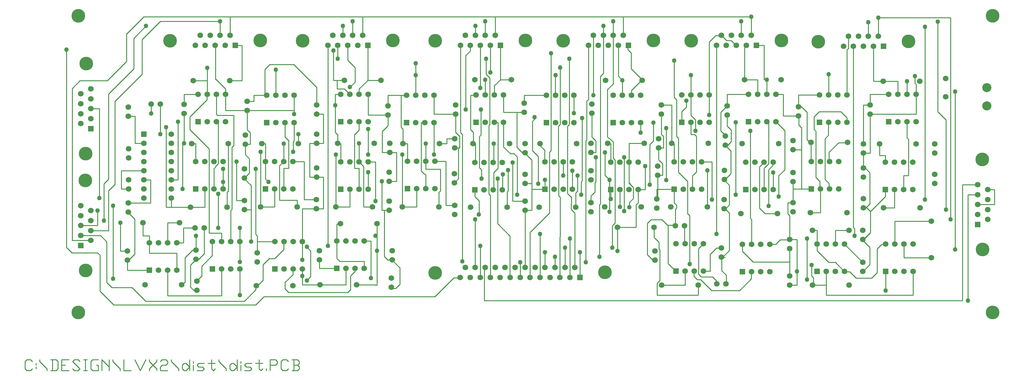
<source format=gtl>
*%FSLAX23Y23*%
*%MOIN*%
G01*
%ADD11C,0.100*%
%ADD12C,0.120*%
%ADD13C,0.010*%
%ADD14C,0.008*%
%ADD15C,0.012*%
%ADD16C,0.062*%
%ADD17C,0.082*%
%ADD18C,0.150*%
%ADD19C,0.170*%
%ADD20C,0.050*%
%ADD21C,0.070*%
%ADD22R,0.062X0.062*%
%ADD23R,0.082X0.082*%
D11*
X10521Y3025D03*
X10521Y3225D03*
D13*
X10176Y3180D02*
X10176Y3180D01*
X10176Y1450D01*
X9916Y1360D02*
X9916Y1360D01*
X9616Y1360D01*
X9616Y1360D02*
X9616Y1360D01*
X9616Y1510D01*
X9516Y1510D02*
X9516Y1510D01*
X9516Y1760D01*
X9516Y1760D02*
X9516Y1760D01*
X9916Y1760D01*
X10076Y1887D02*
X10076Y1887D01*
X10076Y2871D01*
X10076Y2871D02*
X10076Y2871D01*
X9986Y2961D01*
X9986Y2961D02*
X9986Y2961D01*
X9986Y3948D01*
X10126Y3990D02*
X10126Y3990D01*
X9335Y3990D01*
X9335Y3990D02*
X9335Y3990D01*
X9335Y3786D01*
X9226Y3786D02*
X9226Y3786D01*
X9226Y3940D01*
X9008Y3786D02*
X9008Y3786D01*
X9008Y3650D01*
X9008Y3650D02*
X9008Y3650D01*
X9006Y3650D01*
X9006Y3650D02*
X9006Y3650D01*
X8991Y3640D01*
X8991Y3640D02*
X8991Y3640D01*
X8991Y3145D01*
X8924Y2961D02*
X8924Y2961D01*
X8687Y2961D01*
X8687Y2961D02*
X8687Y2961D01*
X8630Y2904D01*
X8630Y2904D02*
X8630Y2904D01*
X8630Y2766D01*
X8630Y2766D02*
X8630Y2766D01*
X8651Y2745D01*
X8651Y2745D02*
X8651Y2745D01*
X8651Y2589D01*
X8651Y2598D02*
X8651Y2598D01*
X8651Y2241D01*
X8651Y2241D02*
X8651Y2241D01*
X8696Y2196D01*
X8696Y2196D02*
X8696Y2196D01*
X8696Y2103D01*
X8700Y2113D02*
X8700Y2113D01*
X8700Y1855D01*
X8700Y1855D02*
X8700Y1855D01*
X8591Y1855D01*
X8616Y1660D02*
X8616Y1660D01*
X8666Y1660D01*
X8666Y1660D02*
X8666Y1660D01*
X8666Y1510D01*
X8666Y1506D02*
X8666Y1506D01*
X8666Y1437D01*
X8666Y1437D02*
X8666Y1437D01*
X8792Y1311D01*
X8792Y1311D02*
X8792Y1311D01*
X8864Y1311D01*
X8864Y1311D02*
X8864Y1311D01*
X8963Y1212D01*
X8966Y1210D02*
X8966Y1210D01*
X8966Y1240D01*
X8966Y1209D02*
X8966Y1209D01*
X9020Y1209D01*
X9020Y1209D02*
X9020Y1209D01*
X9092Y1137D01*
X9092Y1137D02*
X9092Y1137D01*
X9263Y1137D01*
X9263Y1137D02*
X9263Y1137D01*
X9323Y1197D01*
X9323Y1197D02*
X9323Y1197D01*
X9323Y1389D01*
X9323Y1389D02*
X9323Y1389D01*
X9323Y1458D01*
X9323Y1458D02*
X9323Y1458D01*
X9371Y1506D01*
X9371Y1506D02*
X9371Y1506D01*
X9419Y1506D01*
X9242Y1473D02*
X9242Y1473D01*
X9242Y1287D01*
X9242Y1287D02*
X9242Y1287D01*
X9164Y1209D01*
X9167Y1308D02*
X9167Y1308D01*
X8966Y1509D01*
X8866Y1510D02*
X8866Y1510D01*
X8866Y1660D01*
X8866Y1660D02*
X8866Y1660D01*
X9016Y1660D01*
X9063Y1690D02*
X9063Y1690D01*
X9076Y1680D01*
X9076Y1680D02*
X9076Y1680D01*
X9076Y1600D01*
X9063Y1690D02*
X9063Y1690D01*
X9063Y3676D01*
X9281Y3676D02*
X9281Y3676D01*
X9281Y3295D01*
X9281Y3295D02*
X9281Y3295D01*
X9389Y3295D01*
X9389Y3295D02*
X9389Y3295D01*
X9549Y3295D01*
X9549Y3295D02*
X9549Y3295D01*
X9549Y3151D01*
X9449Y3151D02*
X9449Y3151D01*
X9245Y3151D01*
X9245Y3151D02*
X9245Y3151D01*
X9245Y3035D01*
X9245Y3035D02*
X9245Y3035D01*
X9170Y3035D01*
X9170Y3035D02*
X9170Y3035D01*
X9170Y2609D01*
X9170Y2509D02*
X9170Y2509D01*
X9170Y2345D01*
X9170Y2345D02*
X9170Y2345D01*
X9171Y2345D01*
X9173Y2346D02*
X9173Y2346D01*
X9188Y2346D01*
X9188Y2346D02*
X9188Y2346D01*
X9242Y2292D01*
X9242Y2292D02*
X9242Y2292D01*
X9242Y1950D01*
X9245Y1953D02*
X9245Y1953D01*
X9206Y1914D01*
X9203Y1914D02*
X9203Y1914D01*
X9248Y1869D01*
X9248Y1866D02*
X9248Y1866D01*
X9248Y1638D01*
X9248Y1638D02*
X9248Y1638D01*
X9176Y1566D01*
X9164Y1551D02*
X9164Y1551D01*
X9245Y1632D01*
X9164Y1551D02*
X9164Y1551D01*
X9242Y1473D01*
X9416Y1210D02*
X9416Y1210D01*
X9416Y1000D01*
X9716Y950D02*
X9716Y950D01*
X8766Y950D01*
X8766Y950D02*
X8766Y950D01*
X8766Y1210D01*
X8766Y1060D02*
X8766Y1060D01*
X8616Y1060D01*
X8616Y1060D02*
X8616Y1060D01*
X8626Y1070D01*
X8626Y1070D02*
X8626Y1070D01*
X8626Y1140D01*
X8626Y1140D02*
X8626Y1140D01*
X8606Y1160D01*
X8606Y1160D02*
X8606Y1160D01*
X8606Y1280D01*
X8556Y1120D02*
X8556Y1120D01*
X8556Y1570D01*
X8446Y1560D02*
X8446Y1560D01*
X8446Y1060D01*
X8446Y1060D02*
X8446Y1060D01*
X8366Y1060D01*
X8366Y1160D02*
X8366Y1160D01*
X8366Y1460D01*
X8363Y1557D02*
X8363Y1557D01*
X8261Y1557D01*
X8261Y1557D02*
X8261Y1557D01*
X8210Y1506D01*
X8210Y1506D02*
X8210Y1506D01*
X8150Y1506D01*
X7947Y1507D02*
X7947Y1507D01*
X7947Y1780D01*
X7947Y1780D02*
X7947Y1780D01*
X7936Y1790D01*
X7936Y1790D02*
X7936Y1790D01*
X7936Y2750D01*
X7776Y2845D02*
X7776Y2845D01*
X7776Y2050D01*
X7706Y2155D02*
X7706Y2155D01*
X7706Y1940D01*
X7706Y1940D02*
X7706Y1940D01*
X7661Y1895D01*
X7661Y1895D02*
X7661Y1895D01*
X7706Y1850D01*
X7706Y1850D02*
X7706Y1850D01*
X7706Y1440D01*
X7706Y1440D02*
X7706Y1440D01*
X7631Y1365D01*
X7622Y1365D02*
X7622Y1365D01*
X7658Y1365D01*
X7622Y1365D02*
X7622Y1365D01*
X7622Y1218D01*
X7622Y1218D02*
X7622Y1218D01*
X7670Y1170D01*
X7670Y1170D02*
X7670Y1170D01*
X7670Y1071D01*
X7565Y1071D02*
X7565Y1071D01*
X7565Y1107D01*
X7565Y1107D02*
X7565Y1107D01*
X7520Y1152D01*
X7520Y1152D02*
X7520Y1152D01*
X7397Y1152D01*
X7397Y1152D02*
X7397Y1152D01*
X7367Y1182D01*
X7367Y1182D02*
X7367Y1182D01*
X7367Y1455D01*
X7367Y1461D02*
X7367Y1461D01*
X7418Y1512D01*
X7496Y1398D02*
X7496Y1398D01*
X7496Y1212D01*
X7496Y1213D02*
X7496Y1213D01*
X7421Y1213D01*
X7391Y1122D02*
X7391Y1122D01*
X7355Y1122D01*
X7355Y1122D02*
X7355Y1122D01*
X7319Y1158D01*
X7319Y1158D02*
X7319Y1158D01*
X7319Y1215D01*
X7271Y1290D02*
X7271Y1290D01*
X7271Y1820D01*
X7271Y1820D02*
X7271Y1820D01*
X7248Y1843D01*
X7248Y1842D02*
X7248Y1842D01*
X7248Y2197D01*
X7248Y2197D02*
X7248Y2197D01*
X7148Y2297D01*
X7148Y2297D02*
X7148Y2297D01*
X7148Y2672D01*
X7148Y2672D02*
X7148Y2672D01*
X7128Y2692D01*
X7128Y2692D02*
X7128Y2692D01*
X7128Y3092D01*
X7128Y3092D02*
X7128Y3092D01*
X7103Y3117D01*
X7103Y3117D02*
X7103Y3117D01*
X7103Y3137D01*
X7103Y3137D02*
X7103Y3137D01*
X7101Y3520D01*
X7286Y3370D02*
X7286Y3370D01*
X7286Y3145D01*
X7286Y3145D02*
X7286Y3145D01*
X7286Y2920D01*
X7286Y2920D02*
X7286Y2920D01*
X7306Y2900D01*
X7306Y2900D02*
X7306Y2900D01*
X7326Y2880D01*
X7326Y2880D02*
X7326Y2880D01*
X7336Y2870D01*
X7336Y2870D02*
X7336Y2870D01*
X7336Y2750D01*
X7326Y2710D02*
X7326Y2710D01*
X7286Y2710D01*
X7286Y2710D02*
X7286Y2710D01*
X7286Y2845D01*
X7186Y2845D02*
X7186Y2845D01*
X7186Y2960D01*
X7186Y2960D02*
X7186Y2960D01*
X7206Y2980D01*
X7206Y2980D02*
X7206Y2980D01*
X7226Y3000D01*
X7226Y3000D02*
X7226Y3000D01*
X7236Y3010D01*
X7236Y3010D02*
X7236Y3010D01*
X7236Y3080D01*
X7076Y3035D02*
X7076Y3035D01*
X6961Y3035D01*
X6961Y2935D02*
X6961Y2935D01*
X6961Y2710D01*
X6961Y2710D02*
X6961Y2710D01*
X6976Y2700D01*
X6976Y2700D02*
X6976Y2700D01*
X6986Y2690D01*
X6986Y2690D02*
X6986Y2690D01*
X6986Y2565D01*
X6986Y2565D02*
X6986Y2565D01*
X6931Y2565D01*
X6931Y2565D02*
X6931Y2565D01*
X6931Y2430D01*
X6931Y2430D02*
X6931Y2430D01*
X6946Y2420D01*
X6946Y2420D02*
X6946Y2420D01*
X6966Y2400D01*
X6966Y2400D02*
X6966Y2400D01*
X6976Y2390D01*
X6976Y2390D02*
X6976Y2390D01*
X6976Y2265D01*
X6976Y2265D02*
X6976Y2265D01*
X6921Y2265D01*
X6921Y2265D02*
X6921Y2265D01*
X6921Y2005D01*
X6921Y2005D02*
X6921Y2005D01*
X6911Y2005D01*
X6911Y2005D02*
X6911Y2005D01*
X6911Y2110D01*
X6911Y2110D02*
X6911Y2110D01*
X7100Y2110D01*
X7100Y2110D02*
X7100Y2110D01*
X7100Y1960D01*
X7100Y1960D02*
X7100Y1960D01*
X7127Y1938D01*
X7127Y1938D02*
X7127Y1938D01*
X7127Y1904D01*
X7127Y1904D02*
X7127Y1904D01*
X7116Y1890D01*
X7116Y1890D02*
X7116Y1890D01*
X7116Y1710D01*
X7118Y1716D02*
X7118Y1716D01*
X7028Y1716D01*
X7028Y1716D02*
X7028Y1716D01*
X6968Y1776D01*
X6968Y1776D02*
X6968Y1776D01*
X6848Y1776D01*
X6848Y1776D02*
X6848Y1776D01*
X6809Y1737D01*
X6809Y1737D02*
X6809Y1737D01*
X6809Y1395D01*
X6809Y1395D02*
X6809Y1395D01*
X6872Y1332D01*
X6946Y1450D02*
X6946Y1450D01*
X6946Y1110D01*
X6946Y1110D02*
X6946Y1110D01*
X6926Y1090D01*
X6926Y1090D02*
X6926Y1090D01*
X6916Y1080D01*
X6916Y1080D02*
X6916Y1080D01*
X6916Y950D01*
X6916Y950D02*
X6916Y950D01*
X7366Y950D01*
X7366Y950D02*
X7366Y950D01*
X7366Y1060D01*
X7391Y1122D02*
X7391Y1122D01*
X7511Y1002D01*
X7511Y1002D02*
X7511Y1002D01*
X7817Y1002D01*
X7817Y1002D02*
X7817Y1002D01*
X7946Y1131D01*
X7946Y1131D02*
X7946Y1131D01*
X7946Y1209D01*
X7964Y1314D02*
X7964Y1314D01*
X8366Y1314D01*
X8366Y1560D02*
X8366Y1560D01*
X8446Y1560D01*
X8366Y1560D02*
X8366Y1560D01*
X8366Y1820D01*
X8366Y1820D02*
X8366Y1820D01*
X8346Y1840D01*
X8346Y1840D02*
X8346Y1840D01*
X8346Y1965D01*
X8346Y1965D02*
X8346Y1965D01*
X8401Y1965D01*
X8401Y1965D02*
X8401Y1965D01*
X8401Y2195D01*
X8401Y2113D02*
X8401Y2113D01*
X8600Y2113D01*
X8496Y2110D02*
X8496Y2110D01*
X8496Y2590D01*
X8496Y2590D02*
X8496Y2590D01*
X8496Y2785D01*
X8496Y2785D02*
X8496Y2785D01*
X8466Y2815D01*
X8466Y2815D02*
X8466Y2815D01*
X8466Y2915D01*
X8461Y2915D02*
X8461Y2915D01*
X8296Y2915D01*
X8296Y2915D02*
X8296Y2915D01*
X8296Y3150D01*
X8296Y3150D02*
X8296Y3150D01*
X8216Y3150D01*
X8116Y3150D02*
X8116Y3150D01*
X8116Y3310D01*
X8086Y3310D02*
X8086Y3310D01*
X8086Y3686D01*
X8086Y3686D02*
X8086Y3686D01*
X8000Y3686D01*
X7891Y3686D02*
X7891Y3686D01*
X7891Y3680D01*
X7891Y3680D02*
X7891Y3680D01*
X7871Y3680D01*
X7871Y3680D02*
X7871Y3680D01*
X7871Y3310D01*
X7871Y3310D02*
X7871Y3310D01*
X8016Y3310D01*
X8016Y3310D02*
X8016Y3310D01*
X8016Y3150D01*
X7916Y3150D02*
X7916Y3150D01*
X7681Y3150D01*
X7681Y3150D02*
X7681Y3150D01*
X7681Y3025D01*
X7681Y3025D02*
X7681Y3025D01*
X7611Y2955D01*
X7611Y2955D02*
X7611Y2955D01*
X7611Y2750D01*
X7611Y2750D02*
X7611Y2750D01*
X7661Y2700D01*
X7661Y2695D02*
X7661Y2695D01*
X7661Y2710D01*
X7661Y2710D02*
X7661Y2710D01*
X7646Y2720D01*
X7726Y2760D02*
X7726Y2760D01*
X7681Y2805D01*
X7681Y2805D02*
X7681Y2805D01*
X7681Y2930D01*
X7726Y2760D02*
X7726Y2760D01*
X7726Y2630D01*
X7726Y2630D02*
X7726Y2630D01*
X7686Y2590D01*
X7686Y2590D02*
X7686Y2590D01*
X7666Y2590D01*
X7661Y2590D02*
X7661Y2590D01*
X7721Y2530D01*
X7721Y2530D02*
X7721Y2530D01*
X7721Y2280D01*
X7721Y2280D02*
X7721Y2280D01*
X7651Y2210D01*
X7651Y2210D02*
X7651Y2210D01*
X7706Y2155D01*
X7516Y1997D02*
X7516Y1997D01*
X7516Y2410D01*
X7516Y2410D02*
X7516Y2410D01*
X7400Y2410D01*
X7466Y2318D02*
X7466Y2318D01*
X7466Y1918D01*
X7300Y2110D02*
X7300Y2110D01*
X7300Y2260D01*
X7300Y2260D02*
X7300Y2260D01*
X7316Y2270D01*
X7316Y2270D02*
X7316Y2270D01*
X7336Y2290D01*
X7336Y2290D02*
X7336Y2290D01*
X7346Y2300D01*
X7346Y2300D02*
X7346Y2300D01*
X7346Y2690D01*
X7346Y2690D02*
X7346Y2690D01*
X7326Y2710D01*
X7100Y2610D02*
X7100Y2610D01*
X7100Y2410D01*
X7100Y2610D02*
X7100Y2610D01*
X7076Y2610D01*
X7076Y2610D02*
X7076Y2610D01*
X7076Y2615D01*
X7076Y2615D02*
X7076Y2615D01*
X7076Y3035D01*
X7016Y2780D02*
X7016Y2780D01*
X7016Y2210D01*
X6836Y2160D02*
X6836Y2160D01*
X6836Y2600D01*
X6836Y2600D02*
X6836Y2600D01*
X6856Y2620D01*
X6856Y2620D02*
X6856Y2620D01*
X6876Y2640D01*
X6876Y2640D02*
X6876Y2640D01*
X6876Y2840D01*
X6736Y2840D02*
X6736Y2840D01*
X6736Y2730D01*
X6776Y2615D02*
X6776Y2615D01*
X6607Y2615D01*
X6607Y2615D02*
X6607Y2615D01*
X6607Y2407D01*
X6607Y2407D02*
X6607Y2407D01*
X6607Y2180D01*
X6607Y2180D02*
X6607Y2180D01*
X6626Y2170D01*
X6626Y2170D02*
X6626Y2170D01*
X6626Y2160D01*
X6626Y2160D02*
X6626Y2160D01*
X6646Y2140D01*
X6646Y2140D02*
X6646Y2140D01*
X6656Y2130D01*
X6656Y2130D02*
X6656Y2130D01*
X6656Y2010D01*
X6656Y2010D02*
X6656Y2010D01*
X6611Y1965D01*
X6611Y1965D02*
X6611Y1965D01*
X6611Y1915D01*
X6556Y1870D02*
X6556Y1870D01*
X6556Y2460D01*
X6456Y2430D02*
X6456Y2430D01*
X6456Y1740D01*
X6456Y1740D02*
X6456Y1740D01*
X6436Y1720D01*
X6436Y1720D02*
X6436Y1720D01*
X6426Y1710D01*
X6426Y1710D02*
X6426Y1710D01*
X6426Y1470D01*
X6481Y1433D02*
X6481Y1433D01*
X6481Y1695D01*
X6481Y1695D02*
X6481Y1695D01*
X6686Y1695D01*
X6686Y1695D02*
X6686Y1695D01*
X6686Y1940D01*
X6686Y1940D02*
X6686Y1940D01*
X6696Y1950D01*
X6696Y1950D02*
X6696Y1950D01*
X6707Y1960D01*
X6707Y1960D02*
X6707Y1960D01*
X6707Y2107D01*
X6707Y2107D02*
X6707Y2107D01*
X6786Y2107D01*
X6786Y2107D02*
X6786Y2107D01*
X6786Y2365D01*
X6606Y2180D02*
X6606Y2180D01*
X6656Y2130D01*
X6507Y2107D02*
X6507Y2107D01*
X6507Y1918D01*
X6396Y1865D02*
X6396Y1865D01*
X6396Y2215D01*
X6396Y2215D02*
X6396Y2215D01*
X6346Y2265D01*
X6346Y2265D02*
X6346Y2265D01*
X6346Y2515D01*
X6376Y2610D02*
X6376Y2610D01*
X6407Y2610D01*
X6407Y2610D02*
X6407Y2610D01*
X6407Y2407D01*
X6436Y2450D02*
X6436Y2450D01*
X6456Y2430D01*
X6436Y2450D02*
X6436Y2450D01*
X6436Y2630D01*
X6436Y2630D02*
X6436Y2630D01*
X6426Y2640D01*
X6426Y2640D02*
X6426Y2640D01*
X6372Y2683D01*
X6372Y2683D02*
X6372Y2683D01*
X6372Y3203D01*
X6372Y3203D02*
X6372Y3203D01*
X6435Y3265D01*
X6435Y3265D02*
X6435Y3265D01*
X6436Y3796D01*
X6436Y3796D02*
X6436Y3796D01*
X6436Y3950D01*
X6327Y3900D02*
X6327Y3900D01*
X6327Y3796D01*
X6327Y3796D02*
X6327Y3796D01*
X6327Y3380D01*
X6327Y3380D02*
X6327Y3380D01*
X6296Y3349D01*
X6296Y3350D02*
X6296Y3350D01*
X6296Y1950D01*
X6296Y1950D02*
X6296Y1950D01*
X6286Y1940D01*
X6286Y1940D02*
X6286Y1940D01*
X6286Y1370D01*
X6136Y1310D02*
X6136Y1310D01*
X6136Y2640D01*
X6136Y2640D02*
X6136Y2640D01*
X6146Y2650D01*
X6146Y2650D02*
X6146Y2650D01*
X6146Y3080D01*
X6146Y3080D02*
X6146Y3080D01*
X6164Y3090D01*
X6164Y3090D02*
X6164Y3090D01*
X6164Y3686D01*
X6218Y3796D02*
X6218Y3796D01*
X6218Y3140D01*
X6201Y2945D02*
X6201Y2945D01*
X6201Y2680D01*
X6201Y2680D02*
X6201Y2680D01*
X6216Y2670D01*
X6216Y2670D02*
X6216Y2670D01*
X6236Y2650D01*
X6236Y2650D02*
X6236Y2650D01*
X6246Y2640D01*
X6246Y2640D02*
X6246Y2640D01*
X6246Y2515D01*
X6246Y2515D02*
X6246Y2515D01*
X6191Y2515D01*
X6246Y2460D02*
X6246Y2460D01*
X6246Y2190D01*
X6246Y2190D02*
X6246Y2190D01*
X6236Y2180D01*
X6236Y2180D02*
X6236Y2180D01*
X6236Y2080D01*
X6236Y2080D02*
X6236Y2080D01*
X6226Y2070D01*
X6226Y2070D02*
X6226Y2070D01*
X6206Y2050D01*
X6206Y2050D02*
X6206Y2050D01*
X6191Y2040D01*
X6191Y2040D02*
X6191Y2040D01*
X6191Y1965D01*
X6086Y2050D02*
X6086Y2050D01*
X6086Y2190D01*
X6086Y2190D02*
X6086Y2190D01*
X6096Y2200D01*
X6096Y2200D02*
X6096Y2200D01*
X6096Y2890D01*
X6006Y2945D02*
X6006Y2945D01*
X6006Y3140D01*
X5801Y3140D02*
X5801Y3140D01*
X5801Y3350D01*
X5856Y3445D02*
X5856Y3445D01*
X5856Y2820D01*
X5856Y2820D02*
X5856Y2820D01*
X5836Y2800D01*
X5836Y2800D02*
X5836Y2800D01*
X5838Y2041D01*
X5838Y2041D02*
X5838Y2041D01*
X5854Y2025D01*
X5854Y2025D02*
X5854Y2025D01*
X5853Y1145D01*
X5962Y1145D02*
X5962Y1145D01*
X5962Y1570D01*
X5907Y1470D02*
X5907Y1470D01*
X5907Y1255D01*
X5798Y1255D02*
X5798Y1255D01*
X5798Y1370D01*
X5689Y1420D02*
X5689Y1420D01*
X5689Y1255D01*
X5635Y1145D02*
X5635Y1145D01*
X5635Y1620D01*
X5525Y1638D02*
X5525Y1638D01*
X5737Y1850D01*
X5738Y1851D02*
X5738Y1851D01*
X5738Y2490D01*
X5739Y2488D02*
X5739Y2488D01*
X5739Y2516D01*
X5739Y2516D02*
X5739Y2516D01*
X5756Y2533D01*
X5756Y2533D02*
X5756Y2533D01*
X5756Y2747D01*
X5756Y2745D02*
X5756Y2745D01*
X5756Y3600D01*
X5956Y3540D02*
X5956Y3540D01*
X5956Y2820D01*
X5956Y2820D02*
X5956Y2820D01*
X5936Y2800D01*
X5936Y2800D02*
X5936Y2800D01*
X5936Y2064D01*
X5936Y2064D02*
X5936Y2064D01*
X5976Y2024D01*
X5977Y2026D02*
X5977Y2026D01*
X5976Y1890D01*
X5976Y1890D02*
X5976Y1890D01*
X5996Y1870D01*
X5996Y1870D02*
X5996Y1870D01*
X6016Y1850D01*
X6016Y1850D02*
X6016Y1850D01*
X6016Y1255D01*
X6071Y1145D02*
X6071Y1145D01*
X6071Y1420D01*
X5525Y1638D02*
X5525Y1638D01*
X5525Y1146D01*
X5417Y1145D02*
X5417Y1145D01*
X5417Y1310D01*
X5471Y1255D02*
X5471Y1255D01*
X5471Y1882D01*
X5471Y1882D02*
X5471Y1882D01*
X5546Y1882D01*
X5546Y1882D02*
X5546Y1882D01*
X5546Y2175D01*
X5546Y2175D02*
X5546Y2175D01*
X5471Y2175D01*
X5546Y2110D02*
X5546Y2110D01*
X5687Y2110D01*
X5687Y2110D02*
X5687Y2110D01*
X5687Y2215D01*
X5616Y2180D02*
X5616Y2180D01*
X5616Y2470D01*
X5616Y2470D02*
X5616Y2470D01*
X5551Y2535D01*
X5551Y2535D02*
X5551Y2535D01*
X5551Y2855D01*
X5551Y2855D02*
X5551Y2855D01*
X5576Y2880D01*
X5576Y2880D02*
X5576Y2880D01*
X5576Y2905D01*
X5461Y2955D02*
X5461Y2955D01*
X5236Y2955D01*
X5236Y2955D02*
X5236Y2955D01*
X5236Y3145D01*
X5136Y3145D02*
X5136Y3145D01*
X5136Y3246D01*
X5136Y3246D02*
X5136Y3246D01*
X5200Y3310D01*
X5200Y3310D02*
X5200Y3310D01*
X5321Y3310D01*
X5200Y3310D02*
X5200Y3310D01*
X5200Y3686D01*
X5091Y3686D02*
X5091Y3686D01*
X5091Y3390D01*
X5066Y3350D02*
X5066Y3350D01*
X5046Y3370D01*
X5046Y3370D02*
X5046Y3370D01*
X5046Y3540D01*
X4982Y3686D02*
X4982Y3686D01*
X4982Y3220D01*
X4936Y3145D02*
X4936Y3145D01*
X4936Y3140D01*
X4936Y3140D02*
X4936Y3140D01*
X4876Y3140D01*
X4876Y3140D02*
X4876Y3140D01*
X4876Y2761D01*
X4876Y2763D02*
X4876Y2763D01*
X4904Y2735D01*
X4904Y2735D02*
X4904Y2735D01*
X4904Y2610D01*
X4904Y2610D02*
X4904Y2610D01*
X4928Y2610D01*
X4928Y2610D02*
X4928Y2610D01*
X4928Y2404D01*
X4970Y2349D02*
X4970Y2349D01*
X4970Y2688D01*
X4970Y2688D02*
X4970Y2688D01*
X4988Y2706D01*
X4988Y2706D02*
X4988Y2706D01*
X4988Y2985D01*
X4823Y2985D02*
X4823Y2985D01*
X4823Y3576D01*
X4823Y3576D02*
X4823Y3576D01*
X4871Y3624D01*
X4871Y3624D02*
X4871Y3624D01*
X4871Y3684D01*
X4764Y3686D02*
X4764Y3686D01*
X4764Y2730D01*
X4765Y2731D02*
X4765Y2731D01*
X4786Y2710D01*
X4786Y2710D02*
X4786Y2710D01*
X4786Y1320D01*
X4926Y1255D02*
X4926Y1255D01*
X4926Y1780D01*
X4967Y1825D02*
X4967Y1825D01*
X4967Y1985D01*
X4967Y1985D02*
X4967Y1985D01*
X4920Y2032D01*
X4920Y2032D02*
X4920Y2032D01*
X4920Y2097D01*
X4994Y2226D02*
X4994Y2226D01*
X4994Y2325D01*
X4994Y2325D02*
X4994Y2325D01*
X4970Y2349D01*
X5127Y2296D02*
X5127Y2296D01*
X5127Y2106D01*
X5076Y2056D02*
X5076Y2056D01*
X5076Y2810D01*
X5076Y2810D02*
X5076Y2810D01*
X5086Y2820D01*
X5086Y2820D02*
X5086Y2820D01*
X5086Y3330D01*
X5086Y3330D02*
X5086Y3330D01*
X5066Y3350D01*
X5036Y3310D02*
X5036Y3310D01*
X5036Y3145D01*
X5136Y2845D02*
X5136Y2845D01*
X5136Y2840D01*
X5136Y2840D02*
X5136Y2840D01*
X5176Y2840D01*
X5176Y2840D02*
X5176Y2840D01*
X5174Y2341D01*
X5174Y2341D02*
X5174Y2341D01*
X5128Y2295D01*
X5171Y2226D02*
X5171Y2226D01*
X5171Y1733D01*
X5171Y1734D02*
X5171Y1734D01*
X5306Y1599D01*
X5306Y1599D02*
X5306Y1599D01*
X5306Y1137D01*
X5090Y1145D02*
X5090Y1145D01*
X5091Y2040D01*
X5091Y2040D02*
X5091Y2040D01*
X5076Y2056D01*
X5225Y2103D02*
X5225Y2103D01*
X5225Y2271D01*
X5286Y2320D02*
X5286Y2320D01*
X5286Y2090D01*
X5286Y2090D02*
X5286Y2090D01*
X5276Y2080D01*
X5276Y2080D02*
X5276Y2080D01*
X5276Y1915D01*
X5336Y1982D02*
X5336Y1982D01*
X5471Y1982D01*
X5386Y2045D02*
X5386Y2045D01*
X5386Y2465D01*
X5386Y2465D02*
X5386Y2465D01*
X5351Y2500D01*
X5351Y2500D02*
X5351Y2500D01*
X5311Y2500D01*
X5311Y2500D02*
X5311Y2500D01*
X5236Y2575D01*
X5236Y2575D02*
X5236Y2575D01*
X5236Y2840D01*
X5381Y2955D02*
X5381Y2955D01*
X5381Y2570D01*
X5381Y2570D02*
X5381Y2570D01*
X5441Y2510D01*
X5441Y2510D02*
X5441Y2510D01*
X5466Y2510D01*
X5466Y2510D02*
X5466Y2510D01*
X5546Y2430D01*
X5546Y2430D02*
X5546Y2430D01*
X5546Y1880D01*
X5336Y1982D02*
X5336Y1982D01*
X5336Y2404D01*
X5128Y2404D02*
X5128Y2404D01*
X5128Y2610D01*
X4756Y2565D02*
X4756Y2565D01*
X4756Y2690D01*
X4756Y2690D02*
X4756Y2690D01*
X4712Y2734D01*
X4711Y2730D02*
X4711Y2730D01*
X4711Y2935D01*
X4711Y2935D02*
X4711Y2935D01*
X4476Y2935D01*
X4476Y2935D02*
X4476Y2935D01*
X4476Y3140D01*
X4276Y3140D02*
X4276Y3140D01*
X4276Y3490D01*
X4176Y3140D02*
X4176Y3140D01*
X3971Y3140D01*
X3971Y3140D02*
X3971Y3140D01*
X3971Y3025D01*
X3971Y2925D02*
X3971Y2925D01*
X3971Y2807D01*
X3973Y2809D02*
X3973Y2809D01*
X3908Y2744D01*
X3908Y2744D02*
X3908Y2744D01*
X3908Y2515D01*
X3908Y2515D02*
X3908Y2515D01*
X3991Y2515D01*
X3991Y2515D02*
X3991Y2515D01*
X4066Y2515D01*
X4066Y2515D02*
X4066Y2515D01*
X4066Y2197D01*
X4066Y2197D02*
X4066Y2197D01*
X3986Y2197D01*
X3906Y2197D02*
X3906Y2197D01*
X3906Y1882D01*
X3906Y1882D02*
X3906Y1882D01*
X3986Y1882D01*
X3931Y1880D02*
X3931Y1880D01*
X3931Y1375D01*
X3931Y1375D02*
X3931Y1375D01*
X3971Y1335D01*
X3970Y1336D02*
X3970Y1336D01*
X4023Y1336D01*
X4016Y1335D02*
X4016Y1335D01*
X4101Y1250D01*
X4101Y1250D02*
X4101Y1250D01*
X4101Y1080D01*
X4106Y1075D02*
X4106Y1075D01*
X4056Y1025D01*
X4056Y1025D02*
X4056Y1025D01*
X4006Y1025D01*
X3851Y1062D02*
X3851Y1062D01*
X3827Y1062D01*
X3836Y1063D02*
X3836Y1063D01*
X3629Y1063D01*
X3561Y1010D02*
X3561Y1010D01*
X3531Y980D01*
X3531Y980D02*
X3531Y980D01*
X2886Y980D01*
X2886Y980D02*
X2886Y980D01*
X2846Y1020D01*
X2846Y1020D02*
X2846Y1020D01*
X2846Y1090D01*
X2846Y1090D02*
X2846Y1090D01*
X2931Y1175D01*
X2931Y1175D02*
X2931Y1175D01*
X2931Y1225D01*
X3035Y1237D02*
X3035Y1237D01*
X3035Y1063D01*
X3035Y1063D02*
X3035Y1063D01*
X3229Y1063D01*
X3229Y1063D02*
X3229Y1063D01*
X3513Y1063D01*
X3513Y1063D02*
X3513Y1063D01*
X3513Y1243D01*
X3561Y1160D02*
X3561Y1160D01*
X3611Y1210D01*
X3611Y1210D02*
X3611Y1210D01*
X3611Y1240D01*
X3561Y1160D02*
X3561Y1160D01*
X3561Y1010D01*
X3786Y1139D02*
X3786Y1139D01*
X3786Y1543D01*
X3786Y1543D02*
X3786Y1543D01*
X3713Y1543D01*
X3851Y1439D02*
X3851Y1439D01*
X3851Y1735D01*
X3803Y1918D02*
X3803Y1918D01*
X3706Y1918D01*
X3706Y1918D02*
X3706Y1918D01*
X3706Y2360D01*
X3706Y2360D02*
X3706Y2360D01*
X3655Y2410D01*
X3655Y2410D02*
X3655Y2410D01*
X3655Y2615D01*
X3606Y2709D02*
X3606Y2709D01*
X3606Y2340D01*
X3606Y2340D02*
X3606Y2340D01*
X3655Y2340D01*
X3655Y2340D02*
X3655Y2340D01*
X3655Y2110D01*
X3755Y2110D02*
X3755Y2110D01*
X3755Y2297D01*
X3755Y2410D02*
X3755Y2410D01*
X3836Y2410D01*
X3836Y2410D02*
X3836Y2410D01*
X3836Y1982D01*
X3555Y1918D02*
X3555Y1918D01*
X3403Y1918D01*
X3403Y1918D02*
X3403Y1918D01*
X3403Y2490D01*
X3455Y2410D02*
X3455Y2410D01*
X3455Y2610D01*
X3455Y2610D02*
X3455Y2610D01*
X3421Y2610D01*
X3421Y2610D02*
X3421Y2610D01*
X3421Y2615D01*
X3421Y2615D02*
X3421Y2615D01*
X3421Y2710D01*
X3420Y2708D02*
X3420Y2708D01*
X3396Y2734D01*
X3396Y2734D02*
X3396Y2734D01*
X3395Y3030D01*
X3395Y3030D02*
X3395Y3030D01*
X3396Y3150D01*
X3396Y3150D02*
X3396Y3150D01*
X3456Y3150D01*
X3416Y3210D02*
X3416Y3210D01*
X3496Y3210D01*
X3496Y3210D02*
X3496Y3210D01*
X3556Y3150D01*
X3556Y3230D02*
X3556Y3230D01*
X3611Y3285D01*
X3611Y3285D02*
X3611Y3285D01*
X3611Y3445D01*
X3611Y3445D02*
X3611Y3445D01*
X3531Y3525D01*
X3531Y3525D02*
X3531Y3525D01*
X3531Y3680D01*
X3423Y3686D02*
X3423Y3686D01*
X3423Y3540D01*
X3376Y3630D02*
X3376Y3630D01*
X3376Y3305D01*
X3376Y3305D02*
X3376Y3305D01*
X3496Y3305D01*
X3416Y3305D02*
X3416Y3305D01*
X3416Y3210D01*
X3191Y3228D02*
X3191Y3228D01*
X2942Y3477D01*
X2942Y3477D02*
X2942Y3477D01*
X2678Y3477D01*
X2678Y3477D02*
X2678Y3477D01*
X2624Y3423D01*
X2624Y3423D02*
X2624Y3423D01*
X2624Y3144D01*
X2646Y3140D02*
X2646Y3140D01*
X2506Y3140D01*
X2506Y3140D02*
X2506Y3140D01*
X2506Y3075D01*
X2506Y3075D02*
X2506Y3075D01*
X2431Y3075D01*
X2431Y2975D02*
X2431Y2975D01*
X2431Y2760D01*
X2431Y2760D02*
X2431Y2760D01*
X2446Y2750D01*
X2446Y2750D02*
X2446Y2750D01*
X2466Y2730D01*
X2466Y2730D02*
X2466Y2730D01*
X2466Y2605D01*
X2466Y2605D02*
X2466Y2605D01*
X2411Y2605D01*
X2411Y2605D02*
X2411Y2605D01*
X2411Y2490D01*
X2411Y2490D02*
X2411Y2490D01*
X2456Y2445D01*
X2456Y2445D02*
X2456Y2445D01*
X2456Y2289D01*
X2456Y2289D02*
X2456Y2289D01*
X2402Y2235D01*
X2399Y2229D02*
X2399Y2229D01*
X2474Y2154D01*
X2474Y2154D02*
X2474Y2154D01*
X2474Y1887D01*
X2476Y1888D02*
X2476Y1888D01*
X2476Y1537D01*
X2540Y1536D02*
X2540Y1536D01*
X2540Y1602D01*
X2540Y1602D02*
X2540Y1602D01*
X2525Y1617D01*
X2525Y1617D02*
X2525Y1617D01*
X2525Y1734D01*
X2526Y1735D02*
X2526Y1735D01*
X2525Y2334D01*
X2633Y2413D02*
X2633Y2413D01*
X2633Y2220D01*
X2633Y2220D02*
X2633Y2220D01*
X2646Y2210D01*
X2646Y2210D02*
X2646Y2210D01*
X2666Y2190D01*
X2733Y2113D02*
X2733Y2113D01*
X2733Y1918D01*
X2733Y1918D02*
X2733Y1918D01*
X2578Y1918D01*
X2578Y1918D02*
X2578Y1918D01*
X2578Y2520D01*
X2591Y2610D02*
X2591Y2610D01*
X2633Y2610D01*
X2633Y2610D02*
X2633Y2610D01*
X2633Y2413D01*
X2785Y2370D02*
X2785Y2370D01*
X2785Y1990D01*
X2785Y1990D02*
X2785Y1990D01*
X2978Y1990D01*
X2978Y1990D02*
X2978Y1990D01*
X2978Y1918D01*
X3035Y1897D02*
X3035Y1897D01*
X3035Y1537D01*
X3035Y1537D02*
X3035Y1537D01*
X3035Y1339D01*
X3126Y1435D02*
X3126Y1435D01*
X3126Y1170D01*
X3126Y1170D02*
X3126Y1170D01*
X3126Y1155D01*
X3126Y1155D02*
X3126Y1155D01*
X3091Y1120D01*
X3221Y1243D02*
X3221Y1243D01*
X3413Y1243D01*
X3446Y1320D02*
X3446Y1320D01*
X3713Y1320D01*
X3713Y1320D02*
X3713Y1320D01*
X3713Y1243D01*
X3851Y1062D02*
X3851Y1062D01*
X3851Y1434D01*
X3446Y1320D02*
X3446Y1320D01*
X3426Y1340D01*
X3426Y1340D02*
X3426Y1340D01*
X3413Y1350D01*
X3413Y1350D02*
X3413Y1350D01*
X3413Y1543D01*
X3413Y1543D02*
X3413Y1543D01*
X3413Y1730D01*
X3413Y1730D02*
X3413Y1730D01*
X3451Y1730D01*
X3451Y1730D02*
X3451Y1730D01*
X3451Y1735D01*
X3555Y1918D02*
X3555Y1918D01*
X3555Y2110D01*
X3266Y2245D02*
X3266Y2245D01*
X3191Y2245D01*
X3191Y2245D02*
X3191Y2245D01*
X3116Y2245D01*
X3116Y2245D02*
X3116Y2245D01*
X3116Y2615D01*
X3116Y2615D02*
X3116Y2615D01*
X3191Y2615D01*
X3191Y2615D02*
X3191Y2615D01*
X3266Y2615D01*
X3266Y2615D02*
X3266Y2615D01*
X3266Y2935D01*
X3266Y2935D02*
X3266Y2935D01*
X3191Y2935D01*
X3191Y3036D02*
X3191Y3036D01*
X3191Y3228D01*
X2946Y3140D02*
X2946Y3140D01*
X2946Y2935D01*
X2946Y2975D02*
X2946Y2975D01*
X2431Y2975D01*
X2431Y2975D02*
X2431Y2975D01*
X2196Y2975D01*
X2196Y2975D02*
X2196Y2975D01*
X2196Y3150D01*
X2196Y3145D02*
X2196Y3145D01*
X2196Y3210D01*
X2196Y3210D02*
X2196Y3210D01*
X2086Y3320D01*
X2086Y3315D02*
X2086Y3315D01*
X2086Y3690D01*
X2136Y3796D02*
X2136Y3796D01*
X2136Y3950D01*
X2141Y3950D02*
X2141Y3950D01*
X1481Y3950D01*
X1481Y3950D02*
X1481Y3950D01*
X1281Y3750D01*
X1281Y3750D02*
X1281Y3750D01*
X1281Y3370D01*
X1281Y3370D02*
X1281Y3370D01*
X986Y3075D01*
X986Y3075D02*
X986Y3075D01*
X986Y2165D01*
X986Y2165D02*
X986Y2165D01*
X916Y2095D01*
X916Y2095D02*
X916Y2095D01*
X916Y1655D01*
X916Y1659D02*
X916Y1659D01*
X721Y1659D01*
X796Y1713D02*
X796Y1713D01*
X796Y1877D01*
X866Y1765D02*
X866Y1765D01*
X866Y2170D01*
X866Y2170D02*
X866Y2170D01*
X916Y2220D01*
X916Y2220D02*
X916Y2220D01*
X916Y3155D01*
X916Y3155D02*
X916Y3155D01*
X1191Y3430D01*
X1191Y3430D02*
X1191Y3430D01*
X1191Y3765D01*
X1191Y3765D02*
X1191Y3765D01*
X1326Y3900D01*
X1301Y4000D02*
X1301Y4000D01*
X1111Y3810D01*
X1111Y3810D02*
X1111Y3810D01*
X1111Y3510D01*
X1111Y3510D02*
X1111Y3510D01*
X901Y3300D01*
X901Y3300D02*
X901Y3300D01*
X851Y3300D01*
X851Y3300D02*
X851Y3300D01*
X602Y3300D01*
X602Y3300D02*
X602Y3300D01*
X517Y3215D01*
X517Y3215D02*
X517Y3215D01*
X517Y1550D01*
X516Y1550D02*
X516Y1550D01*
X721Y1550D01*
X827Y1604D02*
X827Y1604D01*
X896Y1535D01*
X896Y1535D02*
X896Y1535D01*
X896Y1090D01*
X896Y1090D02*
X896Y1090D01*
X951Y1035D01*
X951Y1035D02*
X951Y1035D01*
X1171Y1035D01*
X1171Y1035D02*
X1171Y1035D01*
X1321Y885D01*
X1321Y885D02*
X1321Y885D01*
X2401Y885D01*
X2401Y885D02*
X2401Y885D01*
X2526Y1010D01*
X2526Y1010D02*
X2526Y1010D01*
X2526Y1050D01*
X2536Y1045D02*
X2536Y1045D01*
X2606Y1115D01*
X2606Y1115D02*
X2606Y1115D01*
X2606Y1285D01*
X2606Y1285D02*
X2606Y1285D01*
X2671Y1350D01*
X2671Y1350D02*
X2671Y1350D01*
X2731Y1350D01*
X2731Y1350D02*
X2731Y1350D01*
X2831Y1450D01*
X2831Y1450D02*
X2831Y1450D01*
X2831Y1535D01*
X2735Y1537D02*
X2735Y1537D01*
X2541Y1537D01*
X2541Y1537D02*
X2541Y1537D01*
X2541Y1415D01*
X2351Y1315D02*
X2351Y1315D01*
X2351Y1537D01*
X2351Y1537D02*
X2351Y1537D01*
X2351Y1687D01*
X2251Y1537D02*
X2251Y1537D01*
X2251Y1880D01*
X2251Y1880D02*
X2251Y1880D01*
X2266Y1890D01*
X2266Y1890D02*
X2266Y1890D01*
X2266Y2570D01*
X2266Y2570D02*
X2266Y2570D01*
X2286Y2590D01*
X2286Y2590D02*
X2286Y2590D01*
X2286Y2920D01*
X2286Y2920D02*
X2286Y2920D01*
X2106Y2920D01*
X2106Y2920D02*
X2106Y2920D01*
X2096Y2930D01*
X2096Y2930D02*
X2096Y2930D01*
X2096Y3150D01*
X1996Y3150D02*
X1996Y3150D01*
X1996Y3440D01*
X2300Y3686D02*
X2300Y3686D01*
X2376Y3686D01*
X2376Y3686D02*
X2376Y3686D01*
X2376Y3300D01*
X2376Y3300D02*
X2376Y3300D01*
X2241Y3300D01*
X1996Y3300D02*
X1996Y3300D01*
X1841Y3300D01*
X1896Y3150D02*
X1896Y3150D01*
X1741Y3150D01*
X1741Y3150D02*
X1741Y3150D01*
X1741Y3040D01*
X1741Y2940D02*
X1741Y2940D01*
X1741Y2615D01*
X1726Y2615D02*
X1726Y2615D01*
X1726Y2115D01*
X1676Y2215D02*
X1676Y2215D01*
X1601Y2215D01*
X1676Y2215D02*
X1676Y2215D01*
X1676Y2850D01*
X1806Y2905D02*
X1806Y2905D01*
X1806Y2765D01*
X1806Y2765D02*
X1806Y2765D01*
X2016Y2555D01*
X2016Y2555D02*
X2016Y2555D01*
X2016Y2375D01*
X2016Y2430D02*
X2016Y2430D01*
X2016Y1630D01*
X2016Y1630D02*
X2016Y1630D01*
X2151Y1630D01*
X2151Y1630D02*
X2151Y1630D01*
X2151Y1537D01*
X2048Y1536D02*
X2048Y1536D01*
X2048Y1382D01*
X2048Y1383D02*
X2048Y1383D01*
X1934Y1269D01*
X1934Y1269D02*
X1934Y1269D01*
X1934Y1161D01*
X1934Y1161D02*
X1934Y1161D01*
X1880Y1107D01*
X1811Y1040D02*
X1811Y1040D01*
X1846Y1005D01*
X1846Y1005D02*
X1846Y1005D01*
X1876Y1005D01*
X1811Y1040D02*
X1811Y1040D01*
X1811Y1280D01*
X1811Y1280D02*
X1811Y1280D01*
X1871Y1340D01*
X1871Y1345D02*
X1871Y1345D01*
X1901Y1345D01*
X1901Y1345D02*
X1901Y1345D01*
X1961Y1405D01*
X1961Y1405D02*
X1961Y1405D01*
X1961Y1675D01*
X1861Y1687D02*
X1861Y1687D01*
X1736Y1687D01*
X1736Y1687D02*
X1736Y1687D01*
X1736Y1525D01*
X1736Y1525D02*
X1736Y1525D01*
X1661Y1525D01*
X1561Y1525D02*
X1561Y1525D01*
X1561Y1745D01*
X1561Y1745D02*
X1561Y1745D01*
X1691Y1745D01*
X1601Y1915D02*
X1601Y1915D01*
X1601Y2015D01*
X1546Y1915D02*
X1546Y1915D01*
X1546Y2790D01*
X1481Y2715D02*
X1481Y2715D01*
X1481Y3045D01*
X1381Y3045D02*
X1381Y3045D01*
X1381Y2940D01*
X1206Y2910D02*
X1206Y2910D01*
X1206Y2615D01*
X1206Y2615D02*
X1206Y2615D01*
X1301Y2615D01*
X1301Y2315D02*
X1301Y2315D01*
X1056Y2315D01*
X1056Y2315D02*
X1056Y2315D01*
X1056Y2115D01*
X1056Y2115D02*
X1056Y2115D01*
X1135Y2115D01*
X1132Y1960D02*
X1132Y1960D01*
X1376Y1960D01*
X1376Y1960D02*
X1376Y1960D01*
X1376Y2215D01*
X1376Y2215D02*
X1376Y2215D01*
X1301Y2215D01*
X1546Y1915D02*
X1546Y1915D01*
X1968Y1915D01*
X1968Y1915D02*
X1968Y1915D01*
X1968Y2113D01*
X2068Y2113D02*
X2068Y2113D01*
X2068Y2340D01*
X2068Y2340D02*
X2068Y2340D01*
X2086Y2350D01*
X2086Y2350D02*
X2086Y2350D01*
X2086Y2360D01*
X2086Y2360D02*
X2086Y2360D01*
X2106Y2380D01*
X2106Y2380D02*
X2106Y2380D01*
X2116Y2390D01*
X2116Y2390D02*
X2116Y2390D01*
X2116Y2850D01*
X2116Y2850D02*
X2116Y2850D01*
X2096Y2850D01*
X1991Y3090D02*
X1991Y3090D01*
X1806Y2905D01*
X1991Y3090D02*
X1991Y3090D01*
X1991Y3150D01*
X1868Y2610D02*
X1868Y2610D01*
X1868Y2413D01*
X1868Y2610D02*
X1868Y2610D01*
X1826Y2610D01*
X2225Y2610D02*
X2225Y2610D01*
X2225Y2085D01*
X2226Y2090D02*
X2226Y2090D01*
X2213Y2080D01*
X2213Y2080D02*
X2213Y2080D01*
X2213Y1915D01*
X2316Y1988D02*
X2316Y1988D01*
X2316Y2413D01*
X2168Y2335D02*
X2168Y2335D01*
X2168Y2113D01*
X2116Y2060D02*
X2116Y2060D01*
X2116Y1687D01*
X1871Y1600D02*
X1871Y1600D01*
X1871Y1445D01*
X1861Y1445D02*
X1861Y1445D01*
X1836Y1445D01*
X1836Y1445D02*
X1836Y1445D01*
X1751Y1360D01*
X1751Y1360D02*
X1751Y1360D01*
X1751Y1095D01*
X1751Y1095D02*
X1751Y1095D01*
X1711Y1055D01*
X1661Y1225D02*
X1661Y1225D01*
X1661Y1410D01*
X1661Y1410D02*
X1661Y1410D01*
X1361Y1410D01*
X1361Y1410D02*
X1361Y1410D01*
X1361Y1525D01*
X1361Y1525D02*
X1361Y1525D01*
X1361Y1600D01*
X1361Y1600D02*
X1361Y1600D01*
X1291Y1600D01*
X1291Y1600D02*
X1291Y1600D01*
X1291Y1745D01*
X1201Y1785D02*
X1201Y1785D01*
X1201Y1400D01*
X1201Y1400D02*
X1201Y1400D01*
X1141Y1340D01*
X1141Y1340D02*
X1141Y1340D01*
X1121Y1340D01*
X1121Y1335D02*
X1121Y1335D01*
X1121Y1225D01*
X1121Y1225D02*
X1121Y1225D01*
X1361Y1225D01*
X1561Y1225D02*
X1561Y1225D01*
X1561Y945D01*
X1561Y945D02*
X1561Y945D01*
X2151Y945D01*
X2151Y945D02*
X2151Y945D01*
X2151Y1237D01*
X2351Y1237D02*
X2351Y1237D01*
X2351Y950D01*
X2526Y845D02*
X2526Y845D01*
X2616Y935D01*
X2616Y935D02*
X2616Y935D01*
X4486Y935D01*
X4486Y935D02*
X4486Y935D01*
X4691Y1140D01*
X4691Y1140D02*
X4691Y1140D01*
X4766Y1140D01*
X4981Y1145D02*
X4981Y1145D01*
X4981Y1490D01*
X4701Y1935D02*
X4701Y1935D01*
X4606Y1935D01*
X4606Y1935D02*
X4606Y1935D01*
X4606Y2416D01*
X4606Y2416D02*
X4606Y2416D01*
X4484Y2416D01*
X4476Y2490D02*
X4476Y2490D01*
X4476Y2840D01*
X4376Y2840D02*
X4376Y2840D01*
X4336Y2840D01*
X4336Y2840D02*
X4336Y2840D01*
X4336Y2310D01*
X4336Y2310D02*
X4336Y2310D01*
X4346Y2300D01*
X4346Y2300D02*
X4346Y2300D01*
X4366Y2280D01*
X4366Y2280D02*
X4366Y2280D01*
X4384Y2270D01*
X4384Y2270D02*
X4384Y2270D01*
X4384Y2116D01*
X4284Y2116D02*
X4284Y2116D01*
X4284Y1918D01*
X4284Y1918D02*
X4284Y1918D01*
X4129Y1918D01*
X4129Y1918D02*
X4129Y1918D01*
X4129Y2490D01*
X4184Y2416D02*
X4184Y2416D01*
X4184Y2610D01*
X4184Y2610D02*
X4184Y2610D01*
X4136Y2610D01*
X4136Y2610D02*
X4136Y2610D01*
X4136Y2770D01*
X4136Y2770D02*
X4136Y2770D01*
X4116Y2790D01*
X4116Y2790D02*
X4116Y2790D01*
X4116Y3140D01*
X4116Y3140D02*
X4116Y3140D01*
X4176Y3140D01*
X3971Y2925D02*
X3971Y2925D01*
X3756Y2925D01*
X3756Y2925D02*
X3756Y2925D01*
X3756Y3150D01*
X3656Y3150D02*
X3656Y3150D01*
X3656Y3211D01*
X3656Y3211D02*
X3656Y3211D01*
X3750Y3305D01*
X3750Y3305D02*
X3750Y3305D01*
X3750Y3686D01*
X3695Y3796D02*
X3695Y3796D01*
X3695Y4000D01*
X3695Y4000D02*
X3695Y4000D01*
X5145Y4000D01*
X5145Y4000D02*
X5145Y4000D01*
X5145Y3796D01*
X5036Y3796D02*
X5036Y3796D01*
X5036Y3950D01*
X4927Y3900D02*
X4927Y3900D01*
X4927Y3796D01*
X5145Y4000D02*
X5145Y4000D01*
X6545Y4000D01*
X6545Y4000D02*
X6545Y4000D01*
X6545Y3796D01*
X6596Y3685D02*
X6596Y3685D01*
X6596Y3640D01*
X6596Y3640D02*
X6596Y3640D01*
X6631Y3605D01*
X6631Y3605D02*
X6631Y3605D01*
X6631Y3430D01*
X6631Y3430D02*
X6631Y3430D01*
X6751Y3310D01*
X6751Y3310D02*
X6751Y3310D01*
X6636Y3195D01*
X6636Y3195D02*
X6636Y3195D01*
X6636Y3140D01*
X6536Y3140D02*
X6536Y3140D01*
X6536Y3305D01*
X6536Y3305D02*
X6536Y3305D01*
X6491Y3350D01*
X6491Y3350D02*
X6491Y3350D01*
X6491Y3686D01*
X5706Y3140D02*
X5706Y3140D01*
X5461Y3140D01*
X5461Y3140D02*
X5461Y3140D01*
X5461Y3055D01*
X5633Y2592D02*
X5633Y2592D01*
X5684Y2541D01*
X5684Y2541D02*
X5684Y2541D01*
X5684Y2409D01*
X5887Y2410D02*
X5887Y2410D01*
X5887Y2260D01*
X5987Y2315D02*
X5987Y2315D01*
X5987Y2110D01*
X6026Y2070D02*
X6026Y2070D01*
X6046Y2090D01*
X6046Y2090D02*
X6046Y2090D01*
X6046Y2260D01*
X6026Y2070D02*
X6026Y2070D01*
X6026Y1915D01*
X6407Y2005D02*
X6407Y2005D01*
X6407Y2107D01*
X6376Y2610D02*
X6376Y2610D01*
X6376Y2615D01*
X6881Y1695D02*
X6881Y1695D01*
X6881Y1580D01*
X6881Y1580D02*
X6881Y1580D01*
X6896Y1570D01*
X6896Y1570D02*
X6896Y1570D01*
X6916Y1550D01*
X6916Y1550D02*
X6916Y1550D01*
X6936Y1530D01*
X6936Y1530D02*
X6936Y1530D01*
X6936Y1460D01*
X6936Y1460D02*
X6936Y1460D01*
X6946Y1450D01*
X7034Y1299D02*
X7034Y1299D01*
X7118Y1215D01*
X7221Y1213D02*
X7221Y1213D01*
X7221Y1060D01*
X7221Y1060D02*
X7221Y1060D01*
X6966Y1060D01*
X7034Y1299D02*
X7034Y1299D01*
X7034Y1719D01*
X7216Y1710D02*
X7216Y1710D01*
X7216Y1513D01*
X7216Y1513D02*
X7216Y1513D01*
X7221Y1513D01*
X7496Y1398D02*
X7496Y1398D01*
X7565Y1467D01*
X7565Y1467D02*
X7565Y1467D01*
X7619Y1467D01*
X7619Y1369D02*
X7619Y1369D01*
X7619Y1360D01*
X7847Y1431D02*
X7847Y1431D01*
X7964Y1314D01*
X7847Y1431D02*
X7847Y1431D01*
X7847Y1503D01*
X7564Y1620D02*
X7564Y1620D01*
X7564Y3686D01*
X7486Y3725D02*
X7486Y3725D01*
X7486Y3145D01*
X7486Y3145D02*
X7486Y3145D01*
X7486Y2925D01*
X7486Y3725D02*
X7486Y3725D01*
X7556Y3795D01*
X7556Y3795D02*
X7556Y3795D01*
X7621Y3795D01*
X7621Y3795D02*
X7621Y3795D01*
X7676Y3740D01*
X7676Y3740D02*
X7676Y3740D01*
X7726Y3740D01*
X7726Y3740D02*
X7726Y3740D01*
X7776Y3690D01*
X7836Y3796D02*
X7836Y3796D01*
X7836Y3950D01*
X7945Y4000D02*
X7945Y4000D01*
X7945Y3796D01*
X7945Y4000D02*
X7945Y4000D01*
X6545Y4000D01*
X8461Y3145D02*
X8461Y3145D01*
X8691Y3145D01*
X8791Y3145D02*
X8791Y3145D01*
X8791Y3370D01*
X8461Y3145D02*
X8461Y3145D01*
X8461Y3015D01*
X8466Y3015D02*
X8466Y3015D01*
X8496Y3015D01*
X8496Y3015D02*
X8496Y3015D01*
X8556Y2955D01*
X8556Y2955D02*
X8556Y2955D01*
X8556Y2655D01*
X8556Y2655D02*
X8556Y2655D01*
X8596Y2615D01*
X8598Y2624D02*
X8598Y2624D01*
X8598Y2413D01*
X8598Y2413D02*
X8598Y2413D01*
X8600Y2413D01*
X8491Y2545D02*
X8491Y2545D01*
X8411Y2545D01*
X8311Y2755D02*
X8311Y2755D01*
X8311Y2325D01*
X8311Y2325D02*
X8311Y2325D01*
X8246Y2260D01*
X8246Y2260D02*
X8246Y2260D01*
X8246Y2035D01*
X8186Y2110D02*
X8186Y2110D01*
X8186Y2295D01*
X8135Y2325D02*
X8135Y2325D01*
X8183Y2373D01*
X8183Y2373D02*
X8183Y2373D01*
X8183Y2406D01*
X8136Y2390D02*
X8136Y2390D01*
X8126Y2380D01*
X8126Y2380D02*
X8126Y2380D01*
X8106Y2360D01*
X8106Y2360D02*
X8106Y2360D01*
X8086Y2340D01*
X8086Y2340D02*
X8086Y2340D01*
X8086Y2110D01*
X8135Y1926D02*
X8135Y1926D01*
X8135Y2325D01*
X8136Y2390D02*
X8136Y2390D01*
X8136Y2850D01*
X8136Y2850D02*
X8136Y2850D01*
X8116Y2850D01*
X8211Y2855D02*
X8211Y2855D01*
X8311Y2755D01*
X8081Y2403D02*
X8081Y2403D01*
X8036Y2358D01*
X8036Y2358D02*
X8036Y2358D01*
X8036Y1905D01*
X8036Y1905D02*
X8036Y1905D01*
X8096Y1845D01*
X8096Y1845D02*
X8096Y1845D01*
X8228Y1845D01*
X8795Y2115D02*
X8795Y2115D01*
X8795Y2175D01*
X8795Y2175D02*
X8795Y2175D01*
X8750Y2220D01*
X8750Y2220D02*
X8750Y2220D01*
X8750Y2664D01*
X8750Y2664D02*
X8750Y2664D01*
X8789Y2703D01*
X8789Y2703D02*
X8789Y2703D01*
X8789Y2844D01*
X8924Y2961D02*
X8924Y2961D01*
X8990Y2895D01*
X8990Y2895D02*
X8990Y2895D01*
X8990Y2850D01*
X8990Y2622D02*
X8990Y2622D01*
X8900Y2622D01*
X8900Y2622D02*
X8900Y2622D01*
X8795Y2517D01*
X8795Y2517D02*
X8795Y2517D01*
X8795Y2412D01*
X9170Y2509D02*
X9170Y2509D01*
X9245Y2509D01*
X9245Y2509D02*
X9245Y2509D01*
X9245Y2935D01*
X9245Y2935D02*
X9245Y2935D01*
X9749Y2935D01*
X9749Y2935D02*
X9749Y2935D01*
X9749Y3151D01*
X9749Y3151D02*
X9749Y3151D01*
X9749Y3260D01*
X9749Y3260D02*
X9749Y3260D01*
X9736Y3270D01*
X9736Y3270D02*
X9736Y3270D01*
X9736Y3352D01*
X9649Y3295D02*
X9649Y3295D01*
X9649Y3151D01*
X9649Y2851D02*
X9649Y2851D01*
X9649Y2670D01*
X9649Y2670D02*
X9649Y2670D01*
X9666Y2660D01*
X9666Y2660D02*
X9666Y2660D01*
X9666Y2260D01*
X9666Y2260D02*
X9666Y2260D01*
X9613Y2260D01*
X9613Y2260D02*
X9613Y2260D01*
X9613Y2107D01*
X9513Y2107D02*
X9513Y2107D01*
X9513Y1909D01*
X9513Y1909D02*
X9513Y1909D01*
X9393Y1909D01*
X9413Y2031D02*
X9413Y2031D01*
X9248Y1866D01*
X9203Y1914D02*
X9203Y1914D01*
X9173Y1914D01*
X9413Y2031D02*
X9413Y2031D01*
X9413Y2103D01*
X9413Y2407D02*
X9413Y2407D01*
X9413Y2480D01*
X9413Y2480D02*
X9413Y2480D01*
X9349Y2480D01*
X9349Y2480D02*
X9349Y2480D01*
X9349Y2608D01*
X9846Y1998D02*
X9846Y1998D01*
X9846Y3890D01*
X10126Y3990D02*
X10126Y3990D01*
X10126Y1780D01*
X10316Y2050D02*
X10316Y2050D01*
X10316Y890D01*
X10256Y890D02*
X10256Y890D01*
X5026Y890D01*
X5026Y890D02*
X5026Y890D01*
X5026Y1250D01*
X4529Y1918D02*
X4529Y1918D01*
X4529Y2080D01*
X4529Y2080D02*
X4529Y2080D01*
X4546Y2090D01*
X4546Y2090D02*
X4546Y2090D01*
X4546Y2330D01*
X4546Y2330D02*
X4546Y2330D01*
X4384Y2330D01*
X4384Y2330D02*
X4384Y2330D01*
X4384Y2416D01*
X4384Y2416D02*
X4384Y2416D01*
X4384Y2610D01*
X4536Y2610D02*
X4536Y2610D01*
X4616Y2610D01*
X4616Y2610D02*
X4616Y2610D01*
X4616Y2665D01*
X4616Y2665D02*
X4616Y2665D01*
X4701Y2665D01*
X4701Y2565D02*
X4701Y2565D01*
X4756Y2565D01*
X4741Y2565D02*
X4741Y2565D01*
X4741Y2226D01*
X4741Y2226D02*
X4741Y2226D01*
X4697Y2182D01*
X3756Y2490D02*
X3756Y2490D01*
X3756Y2770D01*
X3656Y2759D02*
X3656Y2759D01*
X3656Y2850D01*
X3656Y2759D02*
X3656Y2759D01*
X3606Y2709D01*
X3266Y2245D02*
X3266Y2245D01*
X3266Y1897D01*
X3266Y1897D02*
X3266Y1897D01*
X3188Y1897D01*
X3188Y1897D02*
X3188Y1897D01*
X3035Y1897D01*
X3056Y1997D02*
X3056Y1997D01*
X3056Y2413D01*
X3056Y2413D02*
X3056Y2413D01*
X2933Y2413D01*
X2886Y2340D02*
X2886Y2340D01*
X2833Y2340D01*
X2833Y2340D02*
X2833Y2340D01*
X2833Y2113D01*
X2886Y2340D02*
X2886Y2340D01*
X2886Y2646D01*
X2885Y2645D02*
X2885Y2645D01*
X2846Y2684D01*
X2846Y2684D02*
X2846Y2684D01*
X2846Y2840D01*
X2946Y2840D02*
X2946Y2840D01*
X2946Y2640D01*
X2946Y2640D02*
X2946Y2640D01*
X2936Y2630D01*
X2936Y2630D02*
X2936Y2630D01*
X2936Y2520D01*
X2991Y2610D02*
X2991Y2610D01*
X2991Y2715D01*
X2833Y2610D02*
X2833Y2610D01*
X2833Y2413D01*
X2830Y2415D02*
X2830Y2415D01*
X2786Y2371D01*
X3056Y1997D02*
X3056Y1997D01*
X3188Y1997D01*
X3314Y1490D02*
X3314Y1490D01*
X3314Y3686D01*
X3477Y3796D02*
X3477Y3796D01*
X3477Y3900D01*
X3586Y3950D02*
X3586Y3950D01*
X3586Y3796D01*
X3695Y4000D02*
X3695Y4000D01*
X2245Y4000D01*
X2245Y4000D02*
X2245Y4000D01*
X2245Y3796D01*
X2246Y4000D02*
X2246Y4000D01*
X1301Y4000D01*
X456Y3645D02*
X456Y3645D01*
X456Y1475D01*
X456Y1475D02*
X456Y1475D01*
X516Y1415D01*
X516Y1415D02*
X516Y1415D01*
X796Y1415D01*
X796Y1415D02*
X796Y1415D01*
X821Y1390D01*
X821Y1390D02*
X821Y1390D01*
X821Y995D01*
X821Y995D02*
X821Y995D01*
X971Y845D01*
X971Y845D02*
X971Y845D01*
X2526Y845D01*
X3221Y1243D02*
X3221Y1243D01*
X3221Y1339D01*
X3126Y1435D02*
X3126Y1435D01*
X3081Y1480D01*
X2476Y1888D02*
X2476Y1888D01*
X2402Y1888D01*
X2402Y1988D02*
X2402Y1988D01*
X2316Y1988D01*
X2746Y3140D02*
X2746Y3140D01*
X2746Y3420D01*
X3750Y3305D02*
X3750Y3305D01*
X3896Y3305D01*
X1201Y1785D02*
X1201Y1785D01*
X1131Y1855D01*
X1046Y1745D02*
X1046Y1745D01*
X1046Y1435D01*
X1046Y1435D02*
X1046Y1435D01*
X1121Y1435D01*
X827Y1604D02*
X827Y1604D01*
X613Y1604D01*
X611Y1713D02*
X611Y1713D01*
X796Y1713D01*
X966Y1930D02*
X966Y1930D01*
X966Y1130D01*
X80Y145D02*
X80Y145D01*
X60Y125D01*
X60Y125D02*
X20Y125D01*
X0Y145D02*
X20Y125D01*
X0Y225D02*
X0Y145D01*
X20Y245D02*
X0Y225D01*
X60Y245D02*
X20Y245D01*
X80Y225D02*
X60Y245D01*
X120Y205D02*
X120Y205D01*
X120Y185D01*
X120Y165D02*
X120Y165D01*
X120Y145D01*
X160Y245D02*
X160Y245D01*
X160Y225D01*
X160Y225D02*
X240Y145D01*
X240Y145D02*
X240Y125D01*
X340Y125D02*
X340Y125D01*
X280Y125D01*
X360Y145D02*
X340Y125D01*
X360Y225D02*
X360Y145D01*
X340Y245D02*
X360Y225D01*
X340Y245D02*
X280Y245D01*
X300Y245D02*
X280Y245D01*
X300Y245D02*
X300Y125D01*
X400Y245D02*
X400Y245D01*
X400Y125D01*
X480Y245D02*
X400Y245D01*
X480Y245D02*
X400Y245D01*
X400Y245D02*
X400Y185D01*
X440Y185D02*
X400Y185D01*
X440Y185D02*
X400Y185D01*
X400Y185D02*
X400Y125D01*
X480Y125D02*
X400Y125D01*
X520Y145D02*
X520Y145D01*
X540Y125D01*
X580Y125D02*
X540Y125D01*
X600Y145D02*
X580Y125D01*
X520Y225D02*
X600Y145D01*
X540Y245D02*
X520Y225D01*
X580Y245D02*
X540Y245D01*
X580Y245D02*
X600Y225D01*
X660Y125D02*
X660Y125D01*
X640Y125D01*
X660Y245D02*
X660Y125D01*
X660Y245D02*
X640Y245D01*
X680Y245D02*
X640Y245D01*
X680Y245D02*
X660Y245D01*
X660Y245D02*
X660Y125D01*
X680Y125D02*
X660Y125D01*
X800Y185D02*
X800Y185D01*
X780Y185D01*
X800Y185D02*
X800Y125D01*
X800Y125D02*
X740Y125D01*
X720Y145D02*
X740Y125D01*
X720Y225D02*
X720Y145D01*
X740Y245D02*
X720Y225D01*
X800Y245D02*
X740Y245D01*
X840Y245D02*
X840Y245D01*
X840Y125D01*
X840Y245D02*
X920Y165D01*
X920Y245D02*
X920Y165D01*
X920Y245D02*
X920Y125D01*
X960Y245D02*
X960Y245D01*
X960Y225D01*
X960Y225D02*
X1040Y145D01*
X1040Y145D02*
X1040Y125D01*
X1080Y245D02*
X1080Y245D01*
X1080Y125D01*
X1080Y245D02*
X1080Y125D01*
X1080Y125D02*
X1160Y125D01*
X1200Y245D02*
X1200Y245D01*
X1260Y125D01*
X1320Y245D02*
X1260Y125D01*
X1360Y145D02*
X1360Y145D01*
X1360Y125D01*
X1440Y225D02*
X1360Y145D01*
X1440Y245D02*
X1440Y225D01*
X1360Y245D02*
X1360Y245D01*
X1360Y225D01*
X1360Y225D02*
X1440Y145D01*
X1440Y145D02*
X1440Y125D01*
X1500Y245D02*
X1500Y245D01*
X1480Y225D01*
X1500Y245D02*
X1540Y245D01*
X1540Y245D02*
X1560Y225D01*
X1560Y225D02*
X1560Y205D01*
X1560Y205D02*
X1540Y185D01*
X1500Y185D02*
X1540Y185D01*
X1500Y185D02*
X1480Y165D01*
X1480Y165D02*
X1480Y125D01*
X1480Y125D02*
X1560Y125D01*
X1600Y245D02*
X1600Y245D01*
X1600Y225D01*
X1600Y225D02*
X1680Y145D01*
X1680Y145D02*
X1680Y125D01*
X1800Y165D02*
X1800Y165D01*
X1760Y125D01*
X1740Y125D02*
X1760Y125D01*
X1720Y145D02*
X1740Y125D01*
X1720Y185D02*
X1720Y145D01*
X1740Y205D02*
X1720Y185D01*
X1740Y205D02*
X1760Y205D01*
X1760Y205D02*
X1800Y165D01*
X1800Y245D02*
X1800Y165D01*
X1800Y245D02*
X1800Y125D01*
X1840Y185D02*
X1840Y185D01*
X1840Y125D01*
X1840Y225D02*
X1840Y225D01*
X1840Y205D01*
X1880Y125D02*
X1880Y125D01*
X1940Y125D01*
X1960Y145D02*
X1940Y125D01*
X1940Y165D02*
X1960Y145D01*
X1900Y165D02*
X1940Y165D01*
X1880Y185D02*
X1900Y165D01*
X1900Y205D02*
X1880Y185D01*
X1900Y205D02*
X1960Y205D01*
X2000Y205D02*
X2000Y205D01*
X2080Y205D01*
X2040Y245D02*
X2040Y245D01*
X2040Y145D01*
X2040Y145D02*
X2060Y125D01*
X2060Y125D02*
X2080Y145D01*
X2120Y245D02*
X2120Y245D01*
X2120Y225D01*
X2120Y225D02*
X2200Y145D01*
X2200Y145D02*
X2200Y125D01*
X2280Y125D02*
X2280Y125D01*
X2320Y165D01*
X2260Y125D02*
X2280Y125D01*
X2240Y145D02*
X2260Y125D01*
X2240Y185D02*
X2240Y145D01*
X2240Y185D02*
X2260Y205D01*
X2260Y205D02*
X2280Y205D01*
X2280Y205D02*
X2320Y165D01*
X2320Y245D02*
X2320Y165D01*
X2320Y245D02*
X2320Y125D01*
X2360Y185D02*
X2360Y185D01*
X2360Y125D01*
X2360Y225D02*
X2360Y225D01*
X2360Y205D01*
X2400Y125D02*
X2400Y125D01*
X2460Y125D01*
X2460Y125D02*
X2480Y145D01*
X2460Y165D02*
X2480Y145D01*
X2420Y165D02*
X2460Y165D01*
X2400Y185D02*
X2420Y165D01*
X2400Y185D02*
X2420Y205D01*
X2420Y205D02*
X2480Y205D01*
X2520Y205D02*
X2520Y205D01*
X2600Y205D01*
X2560Y245D02*
X2560Y245D01*
X2560Y145D01*
X2560Y145D02*
X2580Y125D01*
X2580Y125D02*
X2600Y145D01*
X2640Y145D02*
X2640Y145D01*
X2640Y125D01*
X2680Y245D02*
X2680Y245D01*
X2680Y125D01*
X2680Y245D02*
X2740Y245D01*
X2740Y245D02*
X2760Y225D01*
X2760Y225D02*
X2760Y205D01*
X2740Y185D02*
X2760Y205D01*
X2680Y185D02*
X2740Y185D01*
X2680Y185D02*
X2680Y125D01*
X2860Y125D02*
X2860Y125D01*
X2880Y145D01*
X2820Y125D02*
X2860Y125D01*
X2800Y145D02*
X2820Y125D01*
X2800Y225D02*
X2800Y145D01*
X2800Y225D02*
X2820Y245D01*
X2820Y245D02*
X2860Y245D01*
X2860Y245D02*
X2880Y225D01*
X2920Y125D02*
X2920Y125D01*
X2980Y125D01*
X2980Y125D02*
X3000Y145D01*
X3000Y165D02*
X3000Y145D01*
X2980Y185D02*
X3000Y165D01*
X2940Y185D02*
X2980Y185D01*
X2940Y185D02*
X2980Y185D01*
X2980Y185D02*
X3000Y205D01*
X3000Y225D02*
X3000Y205D01*
X2980Y245D02*
X3000Y225D01*
X2920Y245D02*
X2980Y245D01*
X2920Y245D02*
X2940Y245D01*
X2940Y245D02*
X2940Y125D01*
X816Y2015D02*
X816Y2015D01*
X816Y2993D01*
X816Y2993D02*
X816Y2993D01*
X721Y2993D01*
X1132Y2910D02*
X1132Y2910D01*
X1206Y2910D01*
X9716Y1210D02*
X9716Y1210D01*
X9716Y950D01*
X10256Y890D02*
X10256Y890D01*
X10256Y2160D01*
X10256Y2160D02*
X10256Y2160D01*
X10416Y2160D01*
X10416Y2050D02*
X10416Y2050D01*
X10316Y2050D01*
X10421Y1943D02*
X10421Y1943D01*
X10606Y1943D01*
X10606Y1943D02*
X10606Y1943D01*
X10606Y2107D01*
X10606Y2107D02*
X10606Y2107D01*
X10531Y2107D01*
D16*
X10531Y2107D03*
X10531Y1998D03*
X10531Y1889D03*
X10531Y1780D03*
X10421Y1834D03*
X10421Y1943D03*
X10421Y2052D03*
X10421Y2161D03*
X9953Y2174D03*
X9953Y2274D03*
X9953Y2509D03*
X9953Y2609D03*
X9749Y2608D03*
X9713Y2407D03*
X9613Y2407D03*
X9513Y2407D03*
X9413Y2407D03*
X9349Y2608D03*
X9170Y2609D03*
X9170Y2509D03*
X9171Y2345D03*
X9171Y2245D03*
X9173Y2009D03*
X9173Y1909D03*
X8991Y1855D03*
X9016Y1660D03*
X9166Y1660D03*
X9166Y1560D03*
X8966Y1510D03*
X8866Y1510D03*
X8766Y1510D03*
X8666Y1510D03*
X8616Y1660D03*
X8591Y1855D03*
X8401Y1865D03*
X8401Y1965D03*
X8231Y1845D03*
X8186Y2109D03*
X8086Y2109D03*
X7986Y2109D03*
X7986Y2409D03*
X7886Y2409D03*
X8086Y2409D03*
X8186Y2409D03*
X8246Y2610D03*
X8401Y2645D03*
X8401Y2545D03*
X8598Y2624D03*
X8600Y2413D03*
X8700Y2413D03*
X8800Y2413D03*
X8900Y2413D03*
X8998Y2624D03*
X8991Y2845D03*
X8891Y2845D03*
X8791Y2845D03*
X8791Y3145D03*
X8691Y3145D03*
X8891Y3145D03*
X8991Y3145D03*
X9245Y3035D03*
X9245Y2935D03*
X9449Y3151D03*
X9549Y3151D03*
X9649Y3151D03*
X9749Y3151D03*
X9789Y3295D03*
X10071Y3325D03*
X10071Y3125D03*
X9749Y2851D03*
X9649Y2851D03*
X9549Y2851D03*
X9389Y3295D03*
X9281Y3676D03*
X9172Y3676D03*
X9063Y3676D03*
X8954Y3676D03*
X9008Y3786D03*
X9117Y3786D03*
X9226Y3786D03*
X9335Y3786D03*
X8216Y2850D03*
X8116Y2850D03*
X8016Y2850D03*
X7846Y2610D03*
X7661Y2595D03*
X7661Y2695D03*
X7476Y2615D03*
X7400Y2410D03*
X7300Y2410D03*
X7200Y2410D03*
X7100Y2410D03*
X6921Y2365D03*
X6921Y2265D03*
X6707Y2407D03*
X6607Y2407D03*
X6507Y2407D03*
X6407Y2407D03*
X6376Y2615D03*
X6191Y2615D03*
X6191Y2515D03*
X6036Y2610D03*
X5987Y2410D03*
X5887Y2410D03*
X5787Y2410D03*
X5687Y2410D03*
X5636Y2610D03*
X5471Y2610D03*
X5471Y2510D03*
X5301Y2610D03*
X5222Y2403D03*
X5122Y2403D03*
X5022Y2403D03*
X4922Y2403D03*
X4901Y2610D03*
X4701Y2565D03*
X4701Y2665D03*
X4536Y2610D03*
X4484Y2416D03*
X4384Y2416D03*
X4284Y2416D03*
X4184Y2416D03*
X4136Y2610D03*
X3991Y2615D03*
X3991Y2515D03*
X3821Y2615D03*
X3755Y2410D03*
X3655Y2410D03*
X3555Y2410D03*
X3455Y2410D03*
X3421Y2615D03*
X3191Y2615D03*
X3191Y2715D03*
X3191Y2935D03*
X3191Y3035D03*
X2946Y3140D03*
X2846Y3140D03*
X2746Y3140D03*
X2646Y3140D03*
X2431Y3075D03*
X2431Y2975D03*
X2196Y2850D03*
X2096Y2850D03*
X1996Y2850D03*
X1741Y2940D03*
X1741Y3040D03*
X1896Y3150D03*
X1996Y3150D03*
X2096Y3150D03*
X2196Y3150D03*
X2241Y3300D03*
X2191Y3686D03*
X2082Y3686D03*
X1973Y3686D03*
X1864Y3686D03*
X1918Y3796D03*
X2027Y3796D03*
X2136Y3796D03*
X2245Y3796D03*
X1841Y3300D03*
X1481Y3045D03*
X1381Y3045D03*
X1132Y3010D03*
X1132Y2910D03*
X1301Y2615D03*
X1301Y2515D03*
X1301Y2415D03*
X1135Y2455D03*
X1135Y2555D03*
X1601Y2515D03*
X1601Y2415D03*
X1601Y2315D03*
X1601Y2215D03*
X1601Y2115D03*
X1601Y2015D03*
X1813Y1915D03*
X1691Y1745D03*
X1861Y1687D03*
X1961Y1687D03*
X2051Y1537D03*
X2151Y1537D03*
X2251Y1537D03*
X2351Y1537D03*
X2541Y1415D03*
X2541Y1315D03*
X2351Y1237D03*
X2251Y1237D03*
X2151Y1237D03*
X1871Y1345D03*
X1871Y1445D03*
X1661Y1525D03*
X1561Y1525D03*
X1461Y1525D03*
X1361Y1525D03*
X1291Y1745D03*
X1132Y1860D03*
X1132Y1960D03*
X1135Y2115D03*
X1135Y2215D03*
X1301Y2215D03*
X1301Y2315D03*
X1301Y2115D03*
X1301Y2015D03*
X721Y1877D03*
X721Y1768D03*
X721Y1659D03*
X721Y1550D03*
X611Y1604D03*
X611Y1713D03*
X611Y1822D03*
X611Y1931D03*
X611Y2830D03*
X611Y2939D03*
X611Y3048D03*
X611Y3157D03*
X721Y3211D03*
X721Y3102D03*
X721Y2993D03*
X721Y2884D03*
X1601Y2715D03*
X1601Y2615D03*
X1826Y2610D03*
X1868Y2413D03*
X1968Y2413D03*
X2068Y2413D03*
X2168Y2413D03*
X2226Y2610D03*
X2411Y2605D03*
X2411Y2705D03*
X2591Y2610D03*
X2633Y2413D03*
X2733Y2413D03*
X2833Y2413D03*
X2933Y2413D03*
X2991Y2610D03*
X2946Y2840D03*
X2846Y2840D03*
X2746Y2840D03*
X2401Y2335D03*
X2401Y2235D03*
X2402Y1988D03*
X2402Y1888D03*
X2578Y1918D03*
X2733Y2113D03*
X2833Y2113D03*
X2933Y2113D03*
X2978Y1918D03*
X3188Y1897D03*
X3188Y1997D03*
X3403Y1918D03*
X3451Y1734D03*
X3413Y1543D03*
X3513Y1543D03*
X3613Y1543D03*
X3713Y1543D03*
X3851Y1734D03*
X3803Y1918D03*
X3986Y1882D03*
X3986Y1982D03*
X4129Y1918D03*
X4284Y2116D03*
X4384Y2116D03*
X4484Y2116D03*
X4529Y1918D03*
X4701Y1935D03*
X4701Y1835D03*
X4876Y1915D03*
X5022Y2103D03*
X5122Y2103D03*
X5222Y2103D03*
X5276Y1915D03*
X5471Y1882D03*
X5471Y1982D03*
X5626Y1915D03*
X5787Y2110D03*
X5887Y2110D03*
X5987Y2110D03*
X6026Y1915D03*
X6191Y1965D03*
X6343Y1918D03*
X6507Y2107D03*
X6607Y2107D03*
X6707Y2107D03*
X6743Y1918D03*
X6911Y1905D03*
X6911Y2005D03*
X7066Y1918D03*
X7116Y1710D03*
X7216Y1710D03*
X7221Y1513D03*
X7121Y1513D03*
X7321Y1513D03*
X7421Y1513D03*
X7619Y1469D03*
X7619Y1369D03*
X7421Y1213D03*
X7321Y1213D03*
X7221Y1213D03*
X7366Y1060D03*
X7567Y1075D03*
X7667Y1075D03*
X7947Y1207D03*
X8047Y1207D03*
X8147Y1207D03*
X8366Y1160D03*
X8366Y1060D03*
X8616Y1060D03*
X8766Y1210D03*
X8866Y1210D03*
X8966Y1210D03*
X9016Y1060D03*
X9166Y1210D03*
X9166Y1310D03*
X9416Y1510D03*
X9516Y1510D03*
X9616Y1510D03*
X9716Y1510D03*
X9916Y1760D03*
X9793Y1909D03*
X9713Y2107D03*
X9613Y2107D03*
X9513Y2107D03*
X9393Y1909D03*
X8900Y2113D03*
X8800Y2113D03*
X8700Y2113D03*
X8401Y2195D03*
X8401Y2295D03*
X7831Y1845D03*
X7649Y1897D03*
X7649Y1997D03*
X7466Y1918D03*
X7400Y2110D03*
X7300Y2110D03*
X7200Y2110D03*
X7652Y2218D03*
X7652Y2318D03*
X7486Y2845D03*
X7386Y2845D03*
X7286Y2845D03*
X7286Y3145D03*
X7386Y3145D03*
X7486Y3145D03*
X7681Y3025D03*
X7681Y2925D03*
X7916Y3150D03*
X8016Y3150D03*
X8116Y3150D03*
X8216Y3150D03*
X8271Y3310D03*
X8461Y3015D03*
X8461Y2915D03*
X7871Y3310D03*
X7891Y3686D03*
X7782Y3686D03*
X7673Y3686D03*
X7564Y3686D03*
X7618Y3796D03*
X7727Y3796D03*
X7836Y3796D03*
X7945Y3796D03*
X7186Y3145D03*
X6961Y3035D03*
X6961Y2935D03*
X6736Y2840D03*
X6636Y2840D03*
X6536Y2840D03*
X6536Y3140D03*
X6436Y3140D03*
X6351Y3305D03*
X6201Y3045D03*
X6201Y2945D03*
X6006Y2840D03*
X5906Y2840D03*
X5806Y2840D03*
X5806Y3140D03*
X5706Y3140D03*
X5906Y3140D03*
X6006Y3140D03*
X6164Y3686D03*
X6273Y3686D03*
X6382Y3686D03*
X6491Y3686D03*
X6545Y3796D03*
X6436Y3796D03*
X6327Y3796D03*
X6218Y3796D03*
X6751Y3305D03*
X6736Y3140D03*
X6636Y3140D03*
X6776Y2615D03*
X6931Y2565D03*
X6931Y2665D03*
X7076Y2615D03*
X8047Y1507D03*
X7947Y1507D03*
X7847Y1507D03*
X8147Y1507D03*
X8366Y1460D03*
X8366Y1560D03*
X6893Y1433D03*
X6893Y1333D03*
X6966Y1060D03*
X6881Y1695D03*
X6481Y1695D03*
X6191Y1865D03*
X6016Y1255D03*
X5907Y1255D03*
X5798Y1255D03*
X5689Y1255D03*
X5580Y1255D03*
X5471Y1255D03*
X5362Y1255D03*
X5253Y1255D03*
X5144Y1255D03*
X5035Y1255D03*
X4926Y1255D03*
X4817Y1255D03*
X4763Y1145D03*
X4872Y1145D03*
X4981Y1145D03*
X5090Y1145D03*
X5199Y1145D03*
X5308Y1145D03*
X5417Y1145D03*
X5526Y1145D03*
X5635Y1145D03*
X5744Y1145D03*
X5853Y1145D03*
X5962Y1145D03*
X4697Y2182D03*
X4697Y2282D03*
X4476Y2840D03*
X4376Y2840D03*
X4276Y2840D03*
X4276Y3140D03*
X4176Y3140D03*
X4376Y3140D03*
X4476Y3140D03*
X4711Y3035D03*
X4711Y2935D03*
X4936Y3145D03*
X5036Y3145D03*
X5136Y3145D03*
X5236Y3145D03*
X5321Y3310D03*
X5461Y3055D03*
X5461Y2955D03*
X5236Y2845D03*
X5136Y2845D03*
X5036Y2845D03*
X4921Y3310D03*
X4873Y3686D03*
X4764Y3686D03*
X4818Y3796D03*
X4927Y3796D03*
X5036Y3796D03*
X5145Y3796D03*
X5091Y3686D03*
X4982Y3686D03*
X3695Y3796D03*
X3586Y3796D03*
X3477Y3796D03*
X3368Y3796D03*
X3314Y3686D03*
X3423Y3686D03*
X3532Y3686D03*
X3641Y3686D03*
X3496Y3305D03*
X3456Y3150D03*
X3556Y3150D03*
X3656Y3150D03*
X3756Y3150D03*
X3896Y3305D03*
X3971Y3025D03*
X3971Y2925D03*
X3756Y2850D03*
X3656Y2850D03*
X3556Y2850D03*
X3191Y2345D03*
X3191Y2245D03*
X3555Y2110D03*
X3655Y2110D03*
X3755Y2110D03*
X3986Y2197D03*
X3986Y2297D03*
X4019Y1439D03*
X4019Y1339D03*
X4007Y1139D03*
X4007Y1039D03*
X3713Y1243D03*
X3613Y1243D03*
X3513Y1243D03*
X3629Y1063D03*
X3229Y1063D03*
X3035Y1237D03*
X2935Y1237D03*
X2835Y1237D03*
X2931Y1055D03*
X2531Y1055D03*
X2735Y1537D03*
X2835Y1537D03*
X2935Y1537D03*
X3035Y1537D03*
X3221Y1439D03*
X3221Y1339D03*
X2213Y1915D03*
X2168Y2113D03*
X2068Y2113D03*
X1968Y2113D03*
X1661Y1225D03*
X1561Y1225D03*
X1461Y1225D03*
X1315Y1063D03*
X1121Y1335D03*
X1121Y1435D03*
X1715Y1063D03*
X1881Y1105D03*
X1881Y1005D03*
X5471Y2175D03*
X5471Y2275D03*
X6191Y2315D03*
X6191Y2215D03*
X9516Y1210D03*
X9616Y1210D03*
X9716Y1210D03*
X9916Y1360D03*
D18*
X10476Y1450D03*
X10471Y2436D03*
X9665Y3731D03*
X8679Y3726D03*
X8275Y3741D03*
X7289Y3736D03*
X6875Y3741D03*
X5889Y3736D03*
X5475Y3741D03*
X4489Y3736D03*
X4025Y3741D03*
X3039Y3736D03*
X2575Y3741D03*
X1589Y3736D03*
X671Y3486D03*
X586Y4010D03*
X666Y2500D03*
X661Y2206D03*
X666Y1220D03*
X586Y760D03*
X4488Y1195D03*
X6346Y1200D03*
X10586Y4010D03*
X10586Y760D03*
D20*
X10316Y890D03*
X10176Y1450D03*
X10126Y1780D03*
X10076Y1887D03*
X9846Y1998D03*
X9076Y1600D03*
X8556Y1570D03*
X8606Y1280D03*
X8556Y1120D03*
X8446Y1210D03*
X8135Y1926D03*
X8246Y2030D03*
X8186Y2295D03*
X7776Y2050D03*
X7516Y1997D03*
X7466Y2318D03*
X7336Y2750D03*
X7486Y2925D03*
X7236Y3080D03*
X7286Y3360D03*
X7016Y2780D03*
X6876Y2840D03*
X6736Y2730D03*
X6556Y2460D03*
X6346Y2515D03*
X6246Y2460D03*
X6046Y2260D03*
X5987Y2315D03*
X5887Y2260D03*
X5687Y2215D03*
X5616Y2170D03*
X5386Y2050D03*
X5228Y2275D03*
X5286Y2320D03*
X5336Y2404D03*
X5171Y2226D03*
X4994Y2226D03*
X5128Y2610D03*
X4988Y2985D03*
X4823Y2985D03*
X4982Y3220D03*
X5036Y3310D03*
X5091Y3390D03*
X5046Y3540D03*
X4927Y3900D03*
X5036Y3950D03*
X5756Y3600D03*
X5856Y3445D03*
X5806Y3360D03*
X5956Y3540D03*
X6218Y3140D03*
X6096Y2890D03*
X6006Y2945D03*
X5576Y2900D03*
X6327Y3900D03*
X6436Y3950D03*
X6536Y3305D03*
X7101Y3520D03*
X7836Y3950D03*
X7945Y4000D03*
X8116Y3310D03*
X7776Y2845D03*
X7936Y2750D03*
X7016Y2210D03*
X6836Y2160D03*
X6786Y2365D03*
X6396Y2215D03*
X6407Y2005D03*
X6507Y1918D03*
X6556Y1870D03*
X6611Y1915D03*
X6396Y1865D03*
X6086Y2050D03*
X5962Y1570D03*
X5907Y1470D03*
X5798Y1370D03*
X5689Y1420D03*
X5635Y1620D03*
X5417Y1310D03*
X4981Y1490D03*
X4786Y1320D03*
X4926Y1780D03*
X4966Y1835D03*
X3836Y1600D03*
X3851Y1439D03*
X3786Y1139D03*
X3314Y1490D03*
X3086Y1480D03*
X2666Y2190D03*
X2525Y2334D03*
X2578Y2520D03*
X2833Y2610D03*
X2936Y2520D03*
X2991Y2715D03*
X2946Y2935D03*
X3395Y3030D03*
X3556Y3230D03*
X3423Y3540D03*
X3376Y3630D03*
X3477Y3900D03*
X3586Y3950D03*
X4276Y3490D03*
X4276Y3360D03*
X4384Y2610D03*
X4476Y2490D03*
X4129Y2490D03*
X3906Y2197D03*
X3755Y2297D03*
X3756Y2490D03*
X3655Y2615D03*
X3756Y2770D03*
X3403Y2490D03*
X3836Y1982D03*
X3035Y1339D03*
X3035Y1160D03*
X3086Y1110D03*
X2351Y950D03*
X2351Y1315D03*
X2476Y1537D03*
X2351Y1687D03*
X2116Y1687D03*
X1871Y1600D03*
X2116Y2060D03*
X2168Y2190D03*
X2168Y2335D03*
X2316Y2413D03*
X1741Y2615D03*
X1676Y2850D03*
X1546Y2790D03*
X1481Y2715D03*
X1726Y2115D03*
X1046Y1745D03*
X866Y1768D03*
X796Y1877D03*
X816Y2015D03*
X966Y1931D03*
X966Y1130D03*
X1381Y2940D03*
X1996Y3440D03*
X2136Y3950D03*
X2746Y3420D03*
X1326Y3900D03*
X456Y3640D03*
X6136Y1310D03*
X6071Y1420D03*
X6286Y1370D03*
X6426Y1470D03*
X6481Y1433D03*
X7271Y1290D03*
X7564Y1620D03*
X9416Y1000D03*
X8791Y3370D03*
X9649Y3295D03*
X9736Y3352D03*
X10176Y3180D03*
X9846Y3890D03*
X9986Y3948D03*
X9335Y3990D03*
X9226Y3940D03*
D22*
X9390Y3676D03*
X8000Y3686D03*
X9449Y2851D03*
X9413Y2107D03*
X8600Y2113D03*
X8691Y2845D03*
X7886Y2109D03*
X7916Y2850D03*
X7186Y2845D03*
X7100Y2110D03*
X7847Y1207D03*
X7121Y1213D03*
X6071Y1145D03*
X6407Y2107D03*
X5687Y2110D03*
X5706Y2840D03*
X6436Y2840D03*
X5200Y3686D03*
X4936Y2845D03*
X4922Y2103D03*
X4184Y2116D03*
X4176Y2840D03*
X3455Y2110D03*
X3456Y2850D03*
X2646Y2840D03*
X2633Y2113D03*
X3413Y1243D03*
X2735Y1237D03*
X2051Y1237D03*
X1868Y2113D03*
X1896Y2850D03*
X1301Y2715D03*
X721Y2775D03*
X611Y1495D03*
X1361Y1225D03*
X2300Y3686D03*
X3750Y3686D03*
X6600Y3686D03*
X9416Y1210D03*
X8666Y1210D03*
X10421Y1725D03*
D02*
M02*

</source>
